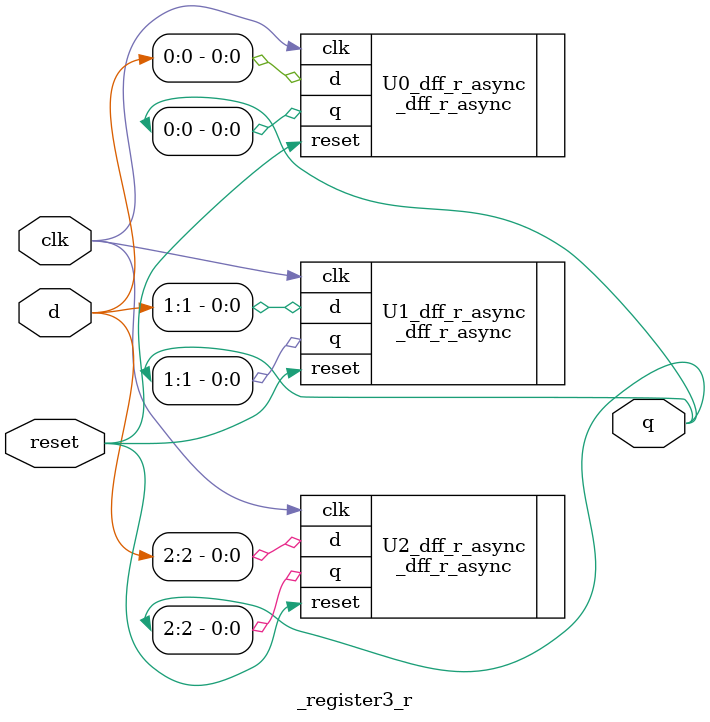
<source format=v>
module _register3_r(clk, reset, q, d); //3 bit register_r

	input 				clk, reset;
	input		[2:0]		d;
	output	[2:0]		q;
	
	//3 registers share 1 clk and move simultaneously
	_dff_r_async U0_dff_r_async(.clk(clk), .reset(reset), .d(d[0]), .q(q[0]));
	_dff_r_async U1_dff_r_async(.clk(clk), .reset(reset), .d(d[1]), .q(q[1]));
	_dff_r_async U2_dff_r_async(.clk(clk), .reset(reset), .d(d[2]), .q(q[2]));
	
endmodule

</source>
